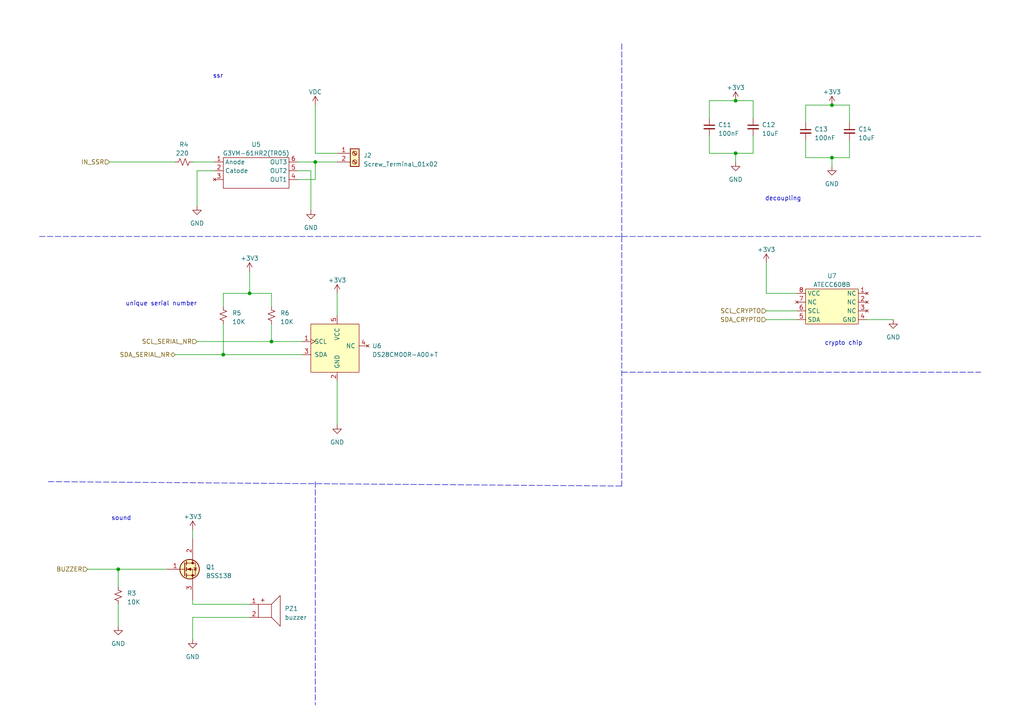
<source format=kicad_sch>
(kicad_sch (version 20210621) (generator eeschema)
  (paper "A4")
  (lib_symbols
    (symbol "Connector:Screw_Terminal_01x02" (pin_names (offset 1.016) hide)
      (property "Reference" "J" (at 0 2.54 0))
      (property "Value" "Screw_Terminal_01x02" (at 0 -5.08 0))
      (symbol "Screw_Terminal_01x02_1_1"
        (circle (center 0 -2.54) (radius 0.635) (stroke (width 0.1524)))
        (circle (center 0 0) (radius 0.635) (stroke (width 0.1524)))
        (rectangle (start -1.27 1.27) (end 1.27 -3.81) (stroke (width 0.254)) (fill (type background)))
        (polyline (pts (xy -0.5334 -2.2098) (xy 0.3302 -3.048)) (stroke (width 0.1524)))
        (polyline (pts (xy -0.5334 0.3302) (xy 0.3302 -0.508)) (stroke (width 0.1524)))
        (polyline (pts (xy -0.3556 -2.032) (xy 0.508 -2.8702)) (stroke (width 0.1524)))
        (polyline (pts (xy -0.3556 0.508) (xy 0.508 -0.3302)) (stroke (width 0.1524)))
        (pin passive line (at -5.08 0 0) (length 3.81) (name "Pin_1") (number "1"))
        (pin passive line (at -5.08 -2.54 0) (length 3.81) (name "Pin_2") (number "2"))
      )
    )
    (symbol "Device:C_Small" (pin_numbers hide) (pin_names (offset 0.254) hide)
      (property "Reference" "C" (at 0.254 1.778 0))
      (property "Value" "C_Small" (at 0.254 -2.032 0))
      (symbol "C_Small_0_1"
        (polyline (pts (xy -1.524 -0.508) (xy 1.524 -0.508)) (stroke (width 0.3302)))
        (polyline (pts (xy -1.524 0.508) (xy 1.524 0.508)) (stroke (width 0.3048)))
      )
      (symbol "C_Small_1_1"
        (pin passive line (at 0 2.54 270) (length 2.032) (name "~") (number "1"))
        (pin passive line (at 0 -2.54 90) (length 2.032) (name "~") (number "2"))
      )
    )
    (symbol "Device:R_Small_US" (pin_numbers hide) (pin_names (offset 0.254) hide)
      (property "Reference" "R" (at 0.762 0.508 0))
      (property "Value" "R_Small_US" (at 0.762 -1.016 0))
      (symbol "R_Small_US_1_1"
        (polyline (pts (xy 0 0) (xy 1.016 -0.381) (xy 0 -0.762) (xy -1.016 -1.143) (xy 0 -1.524)))
        (polyline (pts (xy 0 1.524) (xy 1.016 1.143) (xy 0 0.762) (xy -1.016 0.381) (xy 0 0)))
        (pin passive line (at 0 2.54 270) (length 1.016) (name "~") (number "1"))
        (pin passive line (at 0 -2.54 90) (length 1.016) (name "~") (number "2"))
      )
    )
    (symbol "Halfgelijders:ATECC608B"
      (property "Reference" "U" (at 0 -1.27 0))
      (property "Value" "ATECC608B" (at 2.54 6.35 0))
      (symbol "ATECC608B_0_1"
        (rectangle (start -5.08 5.08) (end 10.16 -5.08) (stroke (width 0.1524)) (fill (type background)))
      )
      (symbol "ATECC608B_1_1"
        (pin no_connect line (at -7.62 3.81 0) (length 2.54) (name "NC") (number "1"))
        (pin no_connect line (at -7.62 1.27 0) (length 2.54) (name "NC") (number "2"))
        (pin no_connect line (at -7.62 -1.27 0) (length 2.54) (name "NC") (number "3"))
        (pin power_out line (at -7.62 -3.81 0) (length 2.54) (name "GND") (number "4"))
        (pin bidirectional line (at 12.7 -3.81 180) (length 2.54) (name "SDA") (number "5"))
        (pin input line (at 12.7 -1.27 180) (length 2.54) (name "SCL") (number "6"))
        (pin no_connect line (at 12.7 1.27 180) (length 2.54) (name "NC") (number "7"))
        (pin power_in line (at 12.7 3.81 180) (length 2.54) (name "VCC") (number "8"))
      )
    )
    (symbol "Halfgelijders:BSS138"
      (property "Reference" "Q" (at 4.445 0 0))
      (property "Value" "BSS138" (at -4.445 3.175 0))
      (symbol "BSS138_1_1"
        (circle (center 1.27 -1.778) (radius 0.2794) (fill (type outline)))
        (circle (center 1.27 1.778) (radius 0.2794) (fill (type outline)))
        (circle (center 0.381 0) (radius 2.8194) (stroke (width 0.254)) (fill (type background)))
        (polyline (pts (xy -1.2192 0) (xy -1.016 0)))
        (polyline (pts (xy -0.508 -1.778) (xy 1.27 -1.778)))
        (polyline (pts (xy -0.508 -1.27) (xy -0.508 -2.286)) (stroke (width 0.254)))
        (polyline (pts (xy -0.508 0) (xy 1.27 0)))
        (polyline (pts (xy -0.508 0.508) (xy -0.508 -0.508)) (stroke (width 0.254)))
        (polyline (pts (xy -0.508 1.778) (xy 1.27 1.778)))
        (polyline (pts (xy -0.508 2.286) (xy -0.508 1.27)) (stroke (width 0.254)))
        (polyline (pts (xy 1.27 -1.778) (xy 1.27 -2.54)))
        (polyline (pts (xy 1.27 -1.778) (xy 1.27 0)))
        (polyline (pts (xy 1.27 2.54) (xy 1.27 1.778)))
        (polyline (pts (xy -1.016 1.905) (xy -1.016 -1.905) (xy -1.016 -1.905)) (stroke (width 0.254)))
        (polyline (pts (xy 1.27 -1.778) (xy 2.032 -1.778) (xy 2.032 1.778) (xy 1.27 1.778)))
        (polyline (pts (xy 1.524 0.508) (xy 1.651 0.381) (xy 2.413 0.381) (xy 2.54 0.254)))
        (polyline (pts (xy 2.032 0.381) (xy 1.651 -0.254) (xy 2.413 -0.254) (xy 2.032 0.381)))
        (polyline (pts (xy -0.254 0) (xy 0.762 0.381) (xy 0.762 -0.381) (xy -0.254 0)) (fill (type outline)))
        (pin input line (at -6.35 0 0) (length 5.08) (name "~") (number "1"))
        (pin unspecified line (at 1.27 8.89 270) (length 7.01) (name "~") (number "2"))
        (pin passive line (at 1.27 -8.89 90) (length 7.0104) (name "~") (number "3"))
      )
    )
    (symbol "Halfgelijders:DS28CM00R-A00+T" (pin_names (offset 1.016))
      (property "Reference" "U" (at 0 1.27 0))
      (property "Value" "DS28CM00R-A00+T" (at -17.78 6.35 0))
      (symbol "DS28CM00R-A00+T_0_1"
        (rectangle (start -7.62 7.62) (end 6.35 -6.35) (fill (type background)))
      )
      (symbol "DS28CM00R-A00+T_1_1"
        (pin input clock (at -10.16 2.54 0) (length 2.54) (name "SCL") (number "1"))
        (pin power_out line (at 0 -8.89 90) (length 2.54) (name "GND") (number "2"))
        (pin bidirectional line (at -10.16 -1.27 0) (length 2.54) (name "SDA") (number "3"))
        (pin no_connect line (at 8.89 1.27 180) (length 2.54) (name "NC") (number "4"))
        (pin power_in line (at 0 10.16 270) (length 2.54) (name "VCC") (number "5"))
      )
    )
    (symbol "Halfgelijders:G3VM-61HR2(TR05)"
      (property "Reference" "U" (at 1.27 -5.08 0))
      (property "Value" "G3VM-61HR2(TR05)" (at 8.89 -10.16 0))
      (symbol "G3VM-61HR2(TR05)_0_1"
        (rectangle (start 0 1.27) (end 19.05 -7.62) (stroke (width 0.1524)))
      )
      (symbol "G3VM-61HR2(TR05)_1_1"
        (pin input line (at -2.54 0 0) (length 2.54) (name "Anode") (number "1"))
        (pin output line (at -2.54 -2.54 0) (length 2.54) (name "Catode") (number "2"))
        (pin no_connect line (at -2.54 -5.08 0) (length 2.54) (name "") (number "3"))
        (pin output line (at 21.59 -5.08 180) (length 2.54) (name "OUT1") (number "4"))
        (pin output line (at 21.59 -2.54 180) (length 2.54) (name "OUT2") (number "5"))
        (pin output line (at 21.59 0 180) (length 2.54) (name "OUT3") (number "6"))
      )
    )
    (symbol "power:+3V3" (power) (pin_names (offset 0))
      (property "Value" "+3V3" (at 0 3.556 0))
      (symbol "+3V3_0_1"
        (polyline (pts (xy -0.762 1.27) (xy 0 2.54)))
        (polyline (pts (xy 0 0) (xy 0 2.54)))
        (polyline (pts (xy 0 2.54) (xy 0.762 1.27)))
      )
      (symbol "+3V3_1_1"
        (pin power_in line (at 0 0 90) (length 0) hide (name "+3V3") (number "1"))
      )
    )
    (symbol "power:GND" (power) (pin_names (offset 0))
      (property "Value" "GND" (at 0 -3.81 0))
      (symbol "GND_0_1"
        (polyline (pts (xy 0 0) (xy 0 -1.27) (xy 1.27 -1.27) (xy 0 -2.54) (xy -1.27 -1.27) (xy 0 -1.27)))
      )
      (symbol "GND_1_1"
        (pin power_in line (at 0 0 270) (length 0) hide (name "GND") (number "1"))
      )
    )
    (symbol "power:VDC" (power) (pin_names (offset 0))
      (property "Value" "VDC" (at 0 6.35 0))
      (symbol "VDC_0_1"
        (polyline (pts (xy -0.762 1.27) (xy 0 2.54)))
        (polyline (pts (xy 0 0) (xy 0 2.54)))
        (polyline (pts (xy 0 2.54) (xy 0.762 1.27)))
      )
      (symbol "VDC_1_1"
        (pin power_in line (at 0 0 90) (length 0) hide (name "VDC") (number "1"))
      )
    )
    (symbol "vanalles:buzzer" (pin_names (offset 1.016))
      (property "Reference" "PZ" (at 5.08 7.62 0))
      (property "Value" "buzzer" (at 0 7.62 0))
      (symbol "buzzer_0_0"
        (text "+" (at 1.27 1.27 0) (effects (font (size 1.27 1.27))))
        (polyline (pts (xy 3.81 -3.81) (xy 6.35 -6.35)))
        (polyline (pts (xy 6.35 -5.08) (xy 6.35 -6.35)))
        (polyline (pts (xy 3.81 0) (xy 6.35 2.54) (xy 6.35 -5.08)))
      )
      (symbol "buzzer_0_1"
        (rectangle (start 0 0) (end 3.81 -3.81))
      )
      (symbol "buzzer_1_1"
        (pin unspecified line (at -2.54 0 0) (length 2.54) (name "~") (number "1"))
        (pin unspecified line (at -2.54 -3.81 0) (length 2.54) (name "~") (number "2"))
      )
    )
  )
  (junction (at 34.29 165.1) (diameter 0.9144))
  (junction (at 64.77 102.87) (diameter 0.9144))
  (junction (at 72.39 85.09) (diameter 0.9144))
  (junction (at 78.74 99.06) (diameter 0.9144))
  (junction (at 91.44 46.99) (diameter 0.9144))
  (junction (at 213.36 29.21) (diameter 0.9144))
  (junction (at 213.36 44.45) (diameter 0.9144))
  (junction (at 241.3 30.48) (diameter 0.9144))
  (junction (at 241.3 45.72) (diameter 0.9144))
  (wire (pts (xy 25.4 165.1) (xy 34.29 165.1)))
  (wire (pts (xy 31.75 46.99) (xy 50.8 46.99)))
  (wire (pts (xy 34.29 165.1) (xy 48.26 165.1)))
  (wire (pts (xy 34.29 170.18) (xy 34.29 165.1)))
  (wire (pts (xy 34.29 175.26) (xy 34.29 181.61)))
  (wire (pts (xy 50.8 102.87) (xy 64.77 102.87)))
  (wire (pts (xy 55.88 46.99) (xy 62.23 46.99)))
  (wire (pts (xy 55.88 153.67) (xy 55.88 156.21)))
  (wire (pts (xy 55.88 173.99) (xy 55.88 175.26)))
  (wire (pts (xy 55.88 175.26) (xy 72.39 175.26)))
  (wire (pts (xy 55.88 179.07) (xy 55.88 185.42)))
  (wire (pts (xy 57.15 49.53) (xy 57.15 59.69)))
  (wire (pts (xy 57.15 49.53) (xy 62.23 49.53)))
  (wire (pts (xy 57.15 99.06) (xy 78.74 99.06)))
  (wire (pts (xy 64.77 85.09) (xy 72.39 85.09)))
  (wire (pts (xy 64.77 88.9) (xy 64.77 85.09)))
  (wire (pts (xy 64.77 93.98) (xy 64.77 102.87)))
  (wire (pts (xy 64.77 102.87) (xy 87.63 102.87)))
  (wire (pts (xy 72.39 78.74) (xy 72.39 85.09)))
  (wire (pts (xy 72.39 85.09) (xy 78.74 85.09)))
  (wire (pts (xy 72.39 179.07) (xy 55.88 179.07)))
  (wire (pts (xy 78.74 85.09) (xy 78.74 88.9)))
  (wire (pts (xy 78.74 93.98) (xy 78.74 99.06)))
  (wire (pts (xy 78.74 99.06) (xy 87.63 99.06)))
  (wire (pts (xy 86.36 52.07) (xy 91.44 52.07)))
  (wire (pts (xy 90.17 49.53) (xy 86.36 49.53)))
  (wire (pts (xy 90.17 49.53) (xy 90.17 60.96)))
  (wire (pts (xy 91.44 30.48) (xy 91.44 44.45)))
  (wire (pts (xy 91.44 44.45) (xy 97.79 44.45)))
  (wire (pts (xy 91.44 46.99) (xy 86.36 46.99)))
  (wire (pts (xy 91.44 52.07) (xy 91.44 46.99)))
  (wire (pts (xy 97.79 46.99) (xy 91.44 46.99)))
  (wire (pts (xy 97.79 85.09) (xy 97.79 91.44)))
  (wire (pts (xy 97.79 110.49) (xy 97.79 123.19)))
  (wire (pts (xy 205.74 29.21) (xy 213.36 29.21)))
  (wire (pts (xy 205.74 34.29) (xy 205.74 29.21)))
  (wire (pts (xy 205.74 44.45) (xy 205.74 39.37)))
  (wire (pts (xy 213.36 29.21) (xy 218.44 29.21)))
  (wire (pts (xy 213.36 44.45) (xy 205.74 44.45)))
  (wire (pts (xy 213.36 44.45) (xy 218.44 44.45)))
  (wire (pts (xy 213.36 46.99) (xy 213.36 44.45)))
  (wire (pts (xy 218.44 29.21) (xy 218.44 34.29)))
  (wire (pts (xy 218.44 44.45) (xy 218.44 39.37)))
  (wire (pts (xy 222.25 76.2) (xy 222.25 85.09)))
  (wire (pts (xy 222.25 90.17) (xy 231.14 90.17)))
  (wire (pts (xy 222.25 92.71) (xy 231.14 92.71)))
  (wire (pts (xy 231.14 85.09) (xy 222.25 85.09)))
  (wire (pts (xy 233.68 30.48) (xy 241.3 30.48)))
  (wire (pts (xy 233.68 35.56) (xy 233.68 30.48)))
  (wire (pts (xy 233.68 45.72) (xy 233.68 40.64)))
  (wire (pts (xy 241.3 30.48) (xy 246.38 30.48)))
  (wire (pts (xy 241.3 45.72) (xy 233.68 45.72)))
  (wire (pts (xy 241.3 45.72) (xy 246.38 45.72)))
  (wire (pts (xy 241.3 48.26) (xy 241.3 45.72)))
  (wire (pts (xy 246.38 30.48) (xy 246.38 35.56)))
  (wire (pts (xy 246.38 45.72) (xy 246.38 40.64)))
  (wire (pts (xy 259.08 92.71) (xy 251.46 92.71)))
  (polyline (pts (xy 11.43 68.58) (xy 180.34 68.58)) (stroke (width 0) (type dash)))
  (polyline (pts (xy 13.97 139.7) (xy 180.34 140.97)) (stroke (width 0) (type dash)))
  (polyline (pts (xy 91.44 139.7) (xy 91.44 204.47)) (stroke (width 0) (type dash)))
  (polyline (pts (xy 180.34 12.7) (xy 180.34 68.58)) (stroke (width 0) (type dash)))
  (polyline (pts (xy 180.34 68.58) (xy 180.34 137.16)) (stroke (width 0) (type dash)))
  (polyline (pts (xy 180.34 68.58) (xy 284.48 68.58)) (stroke (width 0) (type dash)))
  (polyline (pts (xy 180.34 107.95) (xy 234.95 107.95)) (stroke (width 0) (type dash)))
  (polyline (pts (xy 180.34 137.16) (xy 180.34 140.97)) (stroke (width 0) (type dash)))
  (polyline (pts (xy 234.95 107.95) (xy 284.48 107.95)) (stroke (width 0) (type dash)))
  (text "sound\n" (at 38.1 151.13 180) (effects (font (size 1.27 1.27)) (justify right bottom)))
  (text "unique serial number\n" (at 57.15 88.9 180) (effects (font (size 1.27 1.27)) (justify right bottom)))
  (text "ssr\n" (at 64.77 22.86 180) (effects (font (size 1.27 1.27)) (justify right bottom)))
  (text "decoupling\n" (at 232.41 58.42 180) (effects (font (size 1.27 1.27)) (justify right bottom)))
  (text "crypto chip\n" (at 250.19 100.33 180) (effects (font (size 1.27 1.27)) (justify right bottom)))
  (hierarchical_label "BUZZER" (shape input) (at 25.4 165.1 180))
  (hierarchical_label "IN_SSR" (shape input) (at 31.75 46.99 180))
  (hierarchical_label "SDA_SERIAL_NR" (shape bidirectional) (at 50.8 102.87 180))
  (hierarchical_label "SCL_SERIAL_NR" (shape input) (at 57.15 99.06 180))
  (hierarchical_label "SCL_CRYPTO" (shape input) (at 222.25 90.17 180))
  (hierarchical_label "SDA_CRYPTO" (shape input) (at 222.25 92.71 180))
  (symbol (lib_id "power:+3V3") (at 55.88 153.67 0) (unit 1)
    (property "Reference" "#PWR0135" (effects hide))
    (property "Value" "+3V3" (at 55.88 149.86 0))
  )
  (symbol (lib_id "power:+3V3") (at 72.39 78.74 0) (unit 1)
    (property "Reference" "#PWR0124" (effects hide))
    (property "Value" "+3V3" (at 72.39 74.93 0))
  )
  (symbol (lib_id "power:VDC") (at 91.44 30.48 0) (unit 1)
    (property "Reference" "#PWR0126" (effects hide))
    (property "Value" "VDC" (at 91.44 26.67 0))
  )
  (symbol (lib_id "power:+3V3") (at 97.79 85.09 0) (unit 1)
    (property "Reference" "#PWR0123" (effects hide))
    (property "Value" "+3V3" (at 97.79 81.28 0))
  )
  (symbol (lib_id "power:+3V3") (at 213.36 29.21 0) (unit 1)
    (property "Reference" "#PWR0133" (effects hide))
    (property "Value" "+3V3" (at 213.36 25.4 0))
  )
  (symbol (lib_id "power:+3V3") (at 222.25 76.2 0) (unit 1)
    (property "Reference" "#PWR0134" (effects hide))
    (property "Value" "+3V3" (at 222.25 72.39 0))
  )
  (symbol (lib_id "power:+3V3") (at 241.3 30.48 0) (unit 1)
    (property "Reference" "#PWR0132" (effects hide))
    (property "Value" "+3V3" (at 241.3 26.67 0))
  )
  (symbol (lib_id "power:GND") (at 34.29 181.61 0) (unit 1)
    (property "Reference" "#PWR0137" (effects hide))
    (property "Value" "GND" (at 34.29 186.69 0))
  )
  (symbol (lib_id "power:GND") (at 55.88 185.42 0) (unit 1)
    (property "Reference" "#PWR0136" (effects hide))
    (property "Value" "GND" (at 55.88 190.5 0))
  )
  (symbol (lib_id "power:GND") (at 57.15 59.69 0) (unit 1)
    (property "Reference" "#PWR0127" (effects hide))
    (property "Value" "GND" (at 57.15 64.77 0))
  )
  (symbol (lib_id "power:GND") (at 90.17 60.96 0) (unit 1)
    (property "Reference" "#PWR0125" (effects hide))
    (property "Value" "GND" (at 90.17 66.04 0))
  )
  (symbol (lib_id "power:GND") (at 97.79 123.19 0) (unit 1)
    (property "Reference" "#PWR0128" (effects hide))
    (property "Value" "GND" (at 97.79 128.27 0))
  )
  (symbol (lib_id "power:GND") (at 213.36 46.99 0) (unit 1)
    (property "Reference" "#PWR0129" (effects hide))
    (property "Value" "GND" (at 213.36 52.07 0))
  )
  (symbol (lib_id "power:GND") (at 241.3 48.26 0) (unit 1)
    (property "Reference" "#PWR0130" (effects hide))
    (property "Value" "GND" (at 241.3 53.34 0))
  )
  (symbol (lib_id "power:GND") (at 259.08 92.71 0) (unit 1)
    (property "Reference" "#PWR0131" (effects hide))
    (property "Value" "GND" (at 259.08 97.79 0))
  )
  (symbol (lib_id "Device:R_Small_US") (at 34.29 172.72 0) (unit 1)
    (property "Reference" "R3" (at 36.83 172.0849 0) (effects (justify left)))
    (property "Value" "10K" (at 36.83 174.6249 0) (effects (justify left)))
    (property "Footprint" "vanalles:0603" (effects hide))
  )
  (symbol (lib_id "Device:R_Small_US") (at 53.34 46.99 90) (unit 1)
    (property "Reference" "R4" (at 53.34 41.91 90))
    (property "Value" "220 " (at 53.34 44.45 90))
    (property "Footprint" "vanalles:0603" (effects hide))
  )
  (symbol (lib_id "Device:R_Small_US") (at 64.77 91.44 0) (unit 1)
    (property "Reference" "R5" (at 67.31 90.8049 0) (effects (justify left)))
    (property "Value" "10K" (at 67.31 93.3449 0) (effects (justify left)))
    (property "Footprint" "vanalles:0603" (effects hide))
  )
  (symbol (lib_id "Device:R_Small_US") (at 78.74 91.44 0) (unit 1)
    (property "Reference" "R6" (at 81.28 90.8049 0) (effects (justify left)))
    (property "Value" "10K" (at 81.28 93.3449 0) (effects (justify left)))
    (property "Footprint" "vanalles:0603" (effects hide))
  )
  (symbol (lib_id "Device:C_Small") (at 205.74 36.83 0) (unit 1)
    (property "Reference" "C11" (at 208.28 36.1949 0) (effects (justify left)))
    (property "Value" "100nF" (at 208.28 38.7349 0) (effects (justify left)))
    (property "Footprint" "vanalles:0603" (effects hide))
  )
  (symbol (lib_id "Device:C_Small") (at 218.44 36.83 0) (unit 1)
    (property "Reference" "C12" (at 220.98 36.1949 0) (effects (justify left)))
    (property "Value" "10uF" (at 220.98 38.7349 0) (effects (justify left)))
    (property "Footprint" "vanalles:0603" (effects hide))
  )
  (symbol (lib_id "Device:C_Small") (at 233.68 38.1 0) (unit 1)
    (property "Reference" "C13" (at 236.22 37.4649 0) (effects (justify left)))
    (property "Value" "100nF" (at 236.22 40.0049 0) (effects (justify left)))
    (property "Footprint" "vanalles:0603" (effects hide))
  )
  (symbol (lib_id "Device:C_Small") (at 246.38 38.1 0) (unit 1)
    (property "Reference" "C14" (at 248.92 37.4649 0) (effects (justify left)))
    (property "Value" "10uF" (at 248.92 40.0049 0) (effects (justify left)))
    (property "Footprint" "vanalles:0603" (effects hide))
  )
  (symbol (lib_id "Connector:Screw_Terminal_01x02") (at 102.87 44.45 0) (unit 1)
    (property "Reference" "J2" (at 105.41 45.0849 0) (effects (justify left)))
    (property "Value" "Screw_Terminal_01x02" (at 105.41 47.6249 0) (effects (justify left)))
    (property "Footprint" "connectors_user:2pin_screw" (effects hide))
  )
  (symbol (lib_id "vanalles:buzzer") (at 74.93 175.26 0) (unit 1)
    (property "Reference" "PZ1" (at 82.55 176.5299 0) (effects (justify left)))
    (property "Value" "buzzer" (at 82.55 179.0699 0) (effects (justify left)))
    (property "Footprint" "vanalles:PROSIGNAL_ABI-017-RC" (effects hide))
  )
  (symbol (lib_id "Halfgelijders:BSS138") (at 54.61 165.1 0) (unit 1)
    (property "Reference" "Q1" (at 59.69 164.4649 0) (effects (justify left)))
    (property "Value" "BSS138" (at 59.69 167.0049 0) (effects (justify left)))
    (property "Footprint" "halfgeleiders:sot-23," (effects hide))
  )
  (symbol (lib_id "Halfgelijders:ATECC608B") (at 243.84 88.9 0) (mirror y) (unit 1)
    (property "Reference" "U7" (at 241.3 80.01 0))
    (property "Value" "ATECC608B" (at 241.3 82.55 0))
    (property "Footprint" "halfgeleiders:soic p1.27 lengt 5.40" (effects hide))
  )
  (symbol (lib_id "Halfgelijders:G3VM-61HR2(TR05)") (at 64.77 46.99 0) (unit 1)
    (property "Reference" "U5" (at 74.295 41.91 0))
    (property "Value" "G3VM-61HR2(TR05)" (at 74.295 44.45 0))
    (property "Footprint" "halfgeleiders:sop4 P=2.54" (effects hide))
  )
  (symbol (lib_id "Halfgelijders:DS28CM00R-A00+T") (at 97.79 101.6 0) (unit 1)
    (property "Reference" "U6" (at 107.95 100.3299 0) (effects (justify left)))
    (property "Value" "DS28CM00R-A00+T" (at 107.95 102.8699 0) (effects (justify left)))
    (property "Footprint" "halfgeleiders:SOT-25" (effects hide))
  )
)
</source>
